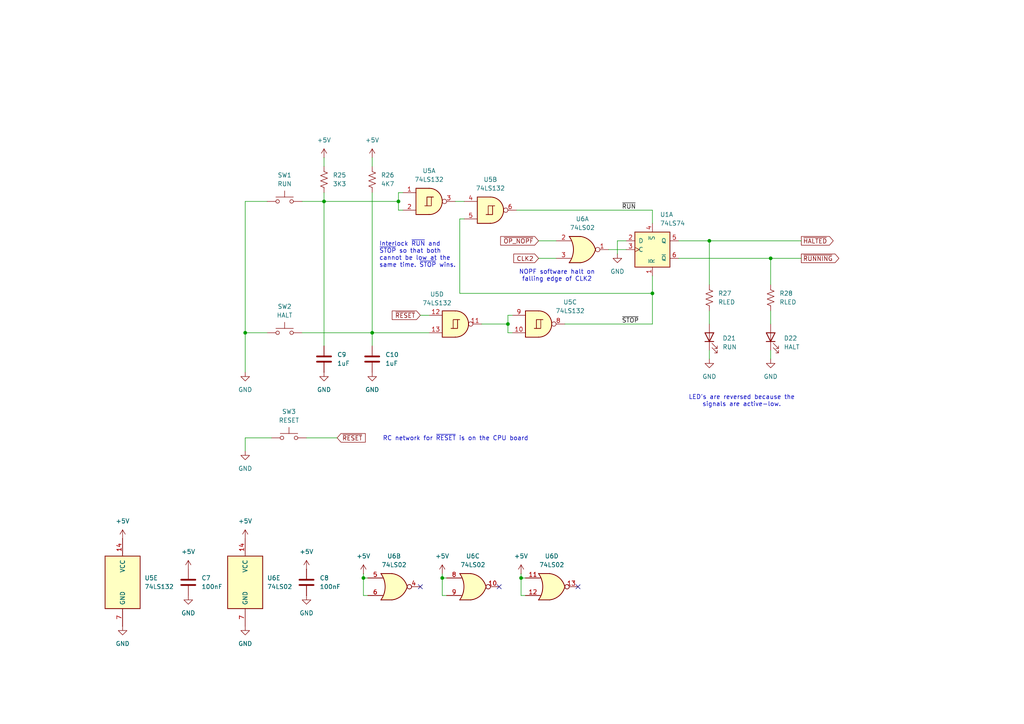
<source format=kicad_sch>
(kicad_sch (version 20231120) (generator "eeschema") (generator_version "8.0")
  (paper "A4")
  (title_block (title "UE1-TTL Clock and Front Panel") (date "2025") (rev "1") (comment 1 "Copyright (c) 2025 Rhys Weatherley") (comment 3 "Run/Stop Control"))
  (lib_symbols
    (symbol "74xx:74LS02" (pin_names (offset 1.016))
      (property "Reference" "U" (at 0 1.27 0))
      (property "Value" "74LS02" (at 0 -1.27 0))
      (symbol "74LS02_1_1"
        (arc (start -3.81 -3.81) (mid -2.589 0) (end -3.81 3.81) (stroke (width 0.254)))
        (arc (start -0.6096 -3.81) (mid 2.1842 -2.5851) (end 3.81 0) (stroke (width 0.254)) (fill (type background)))
        (polyline (pts (xy -3.81 -3.81) (xy -0.635 -3.81)) (stroke (width 0.254)) (fill (type background)))
        (polyline (pts (xy -3.81 3.81) (xy -0.635 3.81)) (stroke (width 0.254)) (fill (type background)))
        (polyline (pts (xy -0.635 3.81) (xy -3.81 3.81) (xy -3.81 3.81) (xy -3.556 3.4036) (xy -3.0226 2.2606) (xy -2.6924 1.0414) (xy -2.6162 -0.254) (xy -2.7686 -1.4986) (xy -3.175 -2.7178) (xy -3.81 -3.81) (xy -3.81 -3.81) (xy -0.635 -3.81)) (stroke (width -25.4)) (fill (type background)))
        (arc (start 3.81 0) (mid 2.1915 2.5936) (end -0.6096 3.81) (stroke (width 0.254)) (fill (type background)))
        (pin output inverted (at 7.62 0 180) (length 3.81) (name "~") (number "1"))
        (pin input line (at -7.62 2.54 0) (length 4.318) (name "~") (number "2"))
        (pin input line (at -7.62 -2.54 0) (length 4.318) (name "~") (number "3"))
      )
      (symbol "74LS02_1_2"
        (arc (start 0 -3.81) (mid 3.7934 0) (end 0 3.81) (stroke (width 0.254)) (fill (type background)))
        (polyline (pts (xy 0 3.81) (xy -3.81 3.81) (xy -3.81 -3.81) (xy 0 -3.81)) (stroke (width 0.254)) (fill (type background)))
        (pin output line (at 7.62 0 180) (length 3.81) (name "~") (number "1"))
        (pin input inverted (at -7.62 2.54 0) (length 3.81) (name "~") (number "2"))
        (pin input inverted (at -7.62 -2.54 0) (length 3.81) (name "~") (number "3"))
      )
      (symbol "74LS02_2_1"
        (arc (start -3.81 -3.81) (mid -2.589 0) (end -3.81 3.81) (stroke (width 0.254)))
        (arc (start -0.6096 -3.81) (mid 2.1842 -2.5851) (end 3.81 0) (stroke (width 0.254)) (fill (type background)))
        (polyline (pts (xy -3.81 -3.81) (xy -0.635 -3.81)) (stroke (width 0.254)) (fill (type background)))
        (polyline (pts (xy -3.81 3.81) (xy -0.635 3.81)) (stroke (width 0.254)) (fill (type background)))
        (polyline (pts (xy -0.635 3.81) (xy -3.81 3.81) (xy -3.81 3.81) (xy -3.556 3.4036) (xy -3.0226 2.2606) (xy -2.6924 1.0414) (xy -2.6162 -0.254) (xy -2.7686 -1.4986) (xy -3.175 -2.7178) (xy -3.81 -3.81) (xy -3.81 -3.81) (xy -0.635 -3.81)) (stroke (width -25.4)) (fill (type background)))
        (arc (start 3.81 0) (mid 2.1915 2.5936) (end -0.6096 3.81) (stroke (width 0.254)) (fill (type background)))
        (pin output inverted (at 7.62 0 180) (length 3.81) (name "~") (number "4"))
        (pin input line (at -7.62 2.54 0) (length 4.318) (name "~") (number "5"))
        (pin input line (at -7.62 -2.54 0) (length 4.318) (name "~") (number "6"))
      )
      (symbol "74LS02_2_2"
        (arc (start 0 -3.81) (mid 3.7934 0) (end 0 3.81) (stroke (width 0.254)) (fill (type background)))
        (polyline (pts (xy 0 3.81) (xy -3.81 3.81) (xy -3.81 -3.81) (xy 0 -3.81)) (stroke (width 0.254)) (fill (type background)))
        (pin output line (at 7.62 0 180) (length 3.81) (name "~") (number "4"))
        (pin input inverted (at -7.62 2.54 0) (length 3.81) (name "~") (number "5"))
        (pin input inverted (at -7.62 -2.54 0) (length 3.81) (name "~") (number "6"))
      )
      (symbol "74LS02_3_1"
        (arc (start -3.81 -3.81) (mid -2.589 0) (end -3.81 3.81) (stroke (width 0.254)))
        (arc (start -0.6096 -3.81) (mid 2.1842 -2.5851) (end 3.81 0) (stroke (width 0.254)) (fill (type background)))
        (polyline (pts (xy -3.81 -3.81) (xy -0.635 -3.81)) (stroke (width 0.254)) (fill (type background)))
        (polyline (pts (xy -3.81 3.81) (xy -0.635 3.81)) (stroke (width 0.254)) (fill (type background)))
        (polyline (pts (xy -0.635 3.81) (xy -3.81 3.81) (xy -3.81 3.81) (xy -3.556 3.4036) (xy -3.0226 2.2606) (xy -2.6924 1.0414) (xy -2.6162 -0.254) (xy -2.7686 -1.4986) (xy -3.175 -2.7178) (xy -3.81 -3.81) (xy -3.81 -3.81) (xy -0.635 -3.81)) (stroke (width -25.4)) (fill (type background)))
        (arc (start 3.81 0) (mid 2.1915 2.5936) (end -0.6096 3.81) (stroke (width 0.254)) (fill (type background)))
        (pin output inverted (at 7.62 0 180) (length 3.81) (name "~") (number "10"))
        (pin input line (at -7.62 2.54 0) (length 4.318) (name "~") (number "8"))
        (pin input line (at -7.62 -2.54 0) (length 4.318) (name "~") (number "9"))
      )
      (symbol "74LS02_3_2"
        (arc (start 0 -3.81) (mid 3.7934 0) (end 0 3.81) (stroke (width 0.254)) (fill (type background)))
        (polyline (pts (xy 0 3.81) (xy -3.81 3.81) (xy -3.81 -3.81) (xy 0 -3.81)) (stroke (width 0.254)) (fill (type background)))
        (pin output line (at 7.62 0 180) (length 3.81) (name "~") (number "10"))
        (pin input inverted (at -7.62 2.54 0) (length 3.81) (name "~") (number "8"))
        (pin input inverted (at -7.62 -2.54 0) (length 3.81) (name "~") (number "9"))
      )
      (symbol "74LS02_4_1"
        (arc (start -3.81 -3.81) (mid -2.589 0) (end -3.81 3.81) (stroke (width 0.254)))
        (arc (start -0.6096 -3.81) (mid 2.1842 -2.5851) (end 3.81 0) (stroke (width 0.254)) (fill (type background)))
        (polyline (pts (xy -3.81 -3.81) (xy -0.635 -3.81)) (stroke (width 0.254)) (fill (type background)))
        (polyline (pts (xy -3.81 3.81) (xy -0.635 3.81)) (stroke (width 0.254)) (fill (type background)))
        (polyline (pts (xy -0.635 3.81) (xy -3.81 3.81) (xy -3.81 3.81) (xy -3.556 3.4036) (xy -3.0226 2.2606) (xy -2.6924 1.0414) (xy -2.6162 -0.254) (xy -2.7686 -1.4986) (xy -3.175 -2.7178) (xy -3.81 -3.81) (xy -3.81 -3.81) (xy -0.635 -3.81)) (stroke (width -25.4)) (fill (type background)))
        (arc (start 3.81 0) (mid 2.1915 2.5936) (end -0.6096 3.81) (stroke (width 0.254)) (fill (type background)))
        (pin input line (at -7.62 2.54 0) (length 4.318) (name "~") (number "11"))
        (pin input line (at -7.62 -2.54 0) (length 4.318) (name "~") (number "12"))
        (pin output inverted (at 7.62 0 180) (length 3.81) (name "~") (number "13"))
      )
      (symbol "74LS02_4_2"
        (arc (start 0 -3.81) (mid 3.7934 0) (end 0 3.81) (stroke (width 0.254)) (fill (type background)))
        (polyline (pts (xy 0 3.81) (xy -3.81 3.81) (xy -3.81 -3.81) (xy 0 -3.81)) (stroke (width 0.254)) (fill (type background)))
        (pin input inverted (at -7.62 2.54 0) (length 3.81) (name "~") (number "11"))
        (pin input inverted (at -7.62 -2.54 0) (length 3.81) (name "~") (number "12"))
        (pin output line (at 7.62 0 180) (length 3.81) (name "~") (number "13"))
      )
      (symbol "74LS02_5_0"
        (pin power_in line (at 0 12.7 270) (length 5.08) (name "VCC") (number "14"))
        (pin power_in line (at 0 -12.7 90) (length 5.08) (name "GND") (number "7"))
      )
      (symbol "74LS02_5_1"
        (rectangle (start -5.08 7.62) (end 5.08 -7.62) (stroke (width 0.254)) (fill (type background)))
      )
    )
    (symbol "74xx:74LS132" (pin_names (offset 1.016))
      (property "Reference" "U" (at 0 1.27 0))
      (property "Value" "74LS132" (at 0 -1.27 0))
      (symbol "74LS132_1_0"
        (polyline (pts (xy -0.635 -1.27) (xy -0.635 1.27) (xy 0.635 1.27)))
        (polyline (pts (xy -0.635 -1.27) (xy -0.635 1.27) (xy 0.635 1.27)))
        (polyline (pts (xy -1.27 -1.27) (xy 0.635 -1.27) (xy 0.635 1.27) (xy 1.27 1.27)))
        (polyline (pts (xy -1.27 -1.27) (xy 0.635 -1.27) (xy 0.635 1.27) (xy 1.27 1.27)))
      )
      (symbol "74LS132_1_1"
        (arc (start 0 -3.81) (mid 3.7934 0) (end 0 3.81) (stroke (width 0.254)) (fill (type background)))
        (polyline (pts (xy 0 3.81) (xy -3.81 3.81) (xy -3.81 -3.81) (xy 0 -3.81)) (stroke (width 0.254)) (fill (type background)))
        (pin input line (at -7.62 2.54 0) (length 3.81) (name "~") (number "1"))
        (pin input line (at -7.62 -2.54 0) (length 3.81) (name "~") (number "2"))
        (pin output inverted (at 7.62 0 180) (length 3.81) (name "~") (number "3"))
      )
      (symbol "74LS132_1_2"
        (arc (start -3.81 -3.81) (mid -2.589 0) (end -3.81 3.81) (stroke (width 0.254)))
        (arc (start -0.6096 -3.81) (mid 2.1842 -2.5851) (end 3.81 0) (stroke (width 0.254)) (fill (type background)))
        (polyline (pts (xy -3.81 -3.81) (xy -0.635 -3.81)) (stroke (width 0.254)) (fill (type background)))
        (polyline (pts (xy -3.81 3.81) (xy -0.635 3.81)) (stroke (width 0.254)) (fill (type background)))
        (polyline (pts (xy -0.635 3.81) (xy -3.81 3.81) (xy -3.81 3.81) (xy -3.556 3.4036) (xy -3.0226 2.2606) (xy -2.6924 1.0414) (xy -2.6162 -0.254) (xy -2.7686 -1.4986) (xy -3.175 -2.7178) (xy -3.81 -3.81) (xy -3.81 -3.81) (xy -0.635 -3.81)) (stroke (width -25.4)) (fill (type background)))
        (arc (start 3.81 0) (mid 2.1915 2.5936) (end -0.6096 3.81) (stroke (width 0.254)) (fill (type background)))
        (pin input inverted (at -7.62 2.54 0) (length 4.318) (name "~") (number "1"))
        (pin input inverted (at -7.62 -2.54 0) (length 4.318) (name "~") (number "2"))
        (pin output line (at 7.62 0 180) (length 3.81) (name "~") (number "3"))
      )
      (symbol "74LS132_2_0"
        (polyline (pts (xy -0.635 -1.27) (xy -0.635 1.27) (xy 0.635 1.27)))
        (polyline (pts (xy -0.635 -1.27) (xy -0.635 1.27) (xy 0.635 1.27)))
        (polyline (pts (xy -1.27 -1.27) (xy 0.635 -1.27) (xy 0.635 1.27) (xy 1.27 1.27)))
        (polyline (pts (xy -1.27 -1.27) (xy 0.635 -1.27) (xy 0.635 1.27) (xy 1.27 1.27)))
      )
      (symbol "74LS132_2_1"
        (arc (start 0 -3.81) (mid 3.7934 0) (end 0 3.81) (stroke (width 0.254)) (fill (type background)))
        (polyline (pts (xy 0 3.81) (xy -3.81 3.81) (xy -3.81 -3.81) (xy 0 -3.81)) (stroke (width 0.254)) (fill (type background)))
        (pin input line (at -7.62 2.54 0) (length 3.81) (name "~") (number "4"))
        (pin input line (at -7.62 -2.54 0) (length 3.81) (name "~") (number "5"))
        (pin output inverted (at 7.62 0 180) (length 3.81) (name "~") (number "6"))
      )
      (symbol "74LS132_2_2"
        (arc (start -3.81 -3.81) (mid -2.589 0) (end -3.81 3.81) (stroke (width 0.254)))
        (arc (start -0.6096 -3.81) (mid 2.1842 -2.5851) (end 3.81 0) (stroke (width 0.254)) (fill (type background)))
        (polyline (pts (xy -3.81 -3.81) (xy -0.635 -3.81)) (stroke (width 0.254)) (fill (type background)))
        (polyline (pts (xy -3.81 3.81) (xy -0.635 3.81)) (stroke (width 0.254)) (fill (type background)))
        (polyline (pts (xy -0.635 3.81) (xy -3.81 3.81) (xy -3.81 3.81) (xy -3.556 3.4036) (xy -3.0226 2.2606) (xy -2.6924 1.0414) (xy -2.6162 -0.254) (xy -2.7686 -1.4986) (xy -3.175 -2.7178) (xy -3.81 -3.81) (xy -3.81 -3.81) (xy -0.635 -3.81)) (stroke (width -25.4)) (fill (type background)))
        (arc (start 3.81 0) (mid 2.1915 2.5936) (end -0.6096 3.81) (stroke (width 0.254)) (fill (type background)))
        (pin input inverted (at -7.62 2.54 0) (length 4.318) (name "~") (number "4"))
        (pin input inverted (at -7.62 -2.54 0) (length 4.318) (name "~") (number "5"))
        (pin output line (at 7.62 0 180) (length 3.81) (name "~") (number "6"))
      )
      (symbol "74LS132_3_0"
        (polyline (pts (xy -0.635 -1.27) (xy -0.635 1.27) (xy 0.635 1.27)))
        (polyline (pts (xy -0.635 -1.27) (xy -0.635 1.27) (xy 0.635 1.27)))
        (polyline (pts (xy -1.27 -1.27) (xy 0.635 -1.27) (xy 0.635 1.27) (xy 1.27 1.27)))
        (polyline (pts (xy -1.27 -1.27) (xy 0.635 -1.27) (xy 0.635 1.27) (xy 1.27 1.27)))
      )
      (symbol "74LS132_3_1"
        (arc (start 0 -3.81) (mid 3.7934 0) (end 0 3.81) (stroke (width 0.254)) (fill (type background)))
        (polyline (pts (xy 0 3.81) (xy -3.81 3.81) (xy -3.81 -3.81) (xy 0 -3.81)) (stroke (width 0.254)) (fill (type background)))
        (pin input line (at -7.62 -2.54 0) (length 3.81) (name "~") (number "10"))
        (pin output inverted (at 7.62 0 180) (length 3.81) (name "~") (number "8"))
        (pin input line (at -7.62 2.54 0) (length 3.81) (name "~") (number "9"))
      )
      (symbol "74LS132_3_2"
        (arc (start -3.81 -3.81) (mid -2.589 0) (end -3.81 3.81) (stroke (width 0.254)))
        (arc (start -0.6096 -3.81) (mid 2.1842 -2.5851) (end 3.81 0) (stroke (width 0.254)) (fill (type background)))
        (polyline (pts (xy -3.81 -3.81) (xy -0.635 -3.81)) (stroke (width 0.254)) (fill (type background)))
        (polyline (pts (xy -3.81 3.81) (xy -0.635 3.81)) (stroke (width 0.254)) (fill (type background)))
        (polyline (pts (xy -0.635 3.81) (xy -3.81 3.81) (xy -3.81 3.81) (xy -3.556 3.4036) (xy -3.0226 2.2606) (xy -2.6924 1.0414) (xy -2.6162 -0.254) (xy -2.7686 -1.4986) (xy -3.175 -2.7178) (xy -3.81 -3.81) (xy -3.81 -3.81) (xy -0.635 -3.81)) (stroke (width -25.4)) (fill (type background)))
        (arc (start 3.81 0) (mid 2.1915 2.5936) (end -0.6096 3.81) (stroke (width 0.254)) (fill (type background)))
        (pin input inverted (at -7.62 -2.54 0) (length 4.318) (name "~") (number "10"))
        (pin output line (at 7.62 0 180) (length 3.81) (name "~") (number "8"))
        (pin input inverted (at -7.62 2.54 0) (length 4.318) (name "~") (number "9"))
      )
      (symbol "74LS132_4_0"
        (polyline (pts (xy -0.635 -1.27) (xy -0.635 1.27) (xy 0.635 1.27)))
        (polyline (pts (xy -0.635 -1.27) (xy -0.635 1.27) (xy 0.635 1.27)))
        (polyline (pts (xy -1.27 -1.27) (xy 0.635 -1.27) (xy 0.635 1.27) (xy 1.27 1.27)))
        (polyline (pts (xy -1.27 -1.27) (xy 0.635 -1.27) (xy 0.635 1.27) (xy 1.27 1.27)))
      )
      (symbol "74LS132_4_1"
        (arc (start 0 -3.81) (mid 3.7934 0) (end 0 3.81) (stroke (width 0.254)) (fill (type background)))
        (polyline (pts (xy 0 3.81) (xy -3.81 3.81) (xy -3.81 -3.81) (xy 0 -3.81)) (stroke (width 0.254)) (fill (type background)))
        (pin output inverted (at 7.62 0 180) (length 3.81) (name "~") (number "11"))
        (pin input line (at -7.62 2.54 0) (length 3.81) (name "~") (number "12"))
        (pin input line (at -7.62 -2.54 0) (length 3.81) (name "~") (number "13"))
      )
      (symbol "74LS132_4_2"
        (arc (start -3.81 -3.81) (mid -2.589 0) (end -3.81 3.81) (stroke (width 0.254)))
        (arc (start -0.6096 -3.81) (mid 2.1842 -2.5851) (end 3.81 0) (stroke (width 0.254)) (fill (type background)))
        (polyline (pts (xy -3.81 -3.81) (xy -0.635 -3.81)) (stroke (width 0.254)) (fill (type background)))
        (polyline (pts (xy -3.81 3.81) (xy -0.635 3.81)) (stroke (width 0.254)) (fill (type background)))
        (polyline (pts (xy -0.635 3.81) (xy -3.81 3.81) (xy -3.81 3.81) (xy -3.556 3.4036) (xy -3.0226 2.2606) (xy -2.6924 1.0414) (xy -2.6162 -0.254) (xy -2.7686 -1.4986) (xy -3.175 -2.7178) (xy -3.81 -3.81) (xy -3.81 -3.81) (xy -0.635 -3.81)) (stroke (width -25.4)) (fill (type background)))
        (arc (start 3.81 0) (mid 2.1915 2.5936) (end -0.6096 3.81) (stroke (width 0.254)) (fill (type background)))
        (pin output line (at 7.62 0 180) (length 3.81) (name "~") (number "11"))
        (pin input inverted (at -7.62 2.54 0) (length 4.318) (name "~") (number "12"))
        (pin input inverted (at -7.62 -2.54 0) (length 4.318) (name "~") (number "13"))
      )
      (symbol "74LS132_5_0"
        (pin power_in line (at 0 12.7 270) (length 5.08) (name "VCC") (number "14"))
        (pin power_in line (at 0 -12.7 90) (length 5.08) (name "GND") (number "7"))
      )
      (symbol "74LS132_5_1"
        (rectangle (start -5.08 7.62) (end 5.08 -7.62) (stroke (width 0.254)) (fill (type background)))
      )
    )
    (symbol "74xx:74LS74" (pin_names (offset 1.016))
      (property "Reference" "U" (at -7.62 8.89 0))
      (property "Value" "74LS74" (at -7.62 -8.89 0))
      (symbol "74LS74_1_0"
        (pin input line (at 0 -7.62 90) (length 2.54) (name "~{R}") (number "1"))
        (pin input line (at -7.62 2.54 0) (length 2.54) (name "D") (number "2"))
        (pin input clock (at -7.62 0 0) (length 2.54) (name "C") (number "3"))
        (pin input line (at 0 7.62 270) (length 2.54) (name "~{S}") (number "4"))
        (pin output line (at 7.62 2.54 180) (length 2.54) (name "Q") (number "5"))
        (pin output line (at 7.62 -2.54 180) (length 2.54) (name "~{Q}") (number "6"))
      )
      (symbol "74LS74_1_1"
        (rectangle (start -5.08 5.08) (end 5.08 -5.08) (stroke (width 0.254)) (fill (type background)))
      )
      (symbol "74LS74_2_0"
        (pin input line (at 0 7.62 270) (length 2.54) (name "~{S}") (number "10"))
        (pin input clock (at -7.62 0 0) (length 2.54) (name "C") (number "11"))
        (pin input line (at -7.62 2.54 0) (length 2.54) (name "D") (number "12"))
        (pin input line (at 0 -7.62 90) (length 2.54) (name "~{R}") (number "13"))
        (pin output line (at 7.62 -2.54 180) (length 2.54) (name "~{Q}") (number "8"))
        (pin output line (at 7.62 2.54 180) (length 2.54) (name "Q") (number "9"))
      )
      (symbol "74LS74_2_1"
        (rectangle (start -5.08 5.08) (end 5.08 -5.08) (stroke (width 0.254)) (fill (type background)))
      )
      (symbol "74LS74_3_0"
        (pin power_in line (at 0 10.16 270) (length 2.54) (name "VCC") (number "14"))
        (pin power_in line (at 0 -10.16 90) (length 2.54) (name "GND") (number "7"))
      )
      (symbol "74LS74_3_1"
        (rectangle (start -5.08 7.62) (end 5.08 -7.62) (stroke (width 0.254)) (fill (type background)))
      )
    )
    (symbol "Device:C" (pin_numbers hide) (pin_names (offset 0.254))
      (property "Reference" "C" (at 0.635 2.54 0))
      (property "Value" "C" (at 0.635 -2.54 0))
      (symbol "C_0_1"
        (polyline (pts (xy -2.032 -0.762) (xy 2.032 -0.762)) (stroke (width 0.508)))
        (polyline (pts (xy -2.032 0.762) (xy 2.032 0.762)) (stroke (width 0.508)))
      )
      (symbol "C_1_1"
        (pin passive line (at 0 3.81 270) (length 2.794) (name "~") (number "1"))
        (pin passive line (at 0 -3.81 90) (length 2.794) (name "~") (number "2"))
      )
    )
    (symbol "Device:LED" (pin_numbers hide) (pin_names (offset 1.016) hide)
      (property "Reference" "D" (at 0 2.54 0))
      (property "Value" "LED" (at 0 -2.54 0))
      (symbol "LED_0_1"
        (polyline (pts (xy -1.27 -1.27) (xy -1.27 1.27)) (stroke (width 0.254)))
        (polyline (pts (xy -1.27 0) (xy 1.27 0)))
        (polyline (pts (xy 1.27 -1.27) (xy 1.27 1.27) (xy -1.27 0) (xy 1.27 -1.27)) (stroke (width 0.254)))
        (polyline (pts (xy -3.048 -0.762) (xy -4.572 -2.286) (xy -3.81 -2.286) (xy -4.572 -2.286) (xy -4.572 -1.524)))
        (polyline (pts (xy -1.778 -0.762) (xy -3.302 -2.286) (xy -2.54 -2.286) (xy -3.302 -2.286) (xy -3.302 -1.524)))
      )
      (symbol "LED_1_1"
        (pin passive line (at -3.81 0 0) (length 2.54) (name "K") (number "1"))
        (pin passive line (at 3.81 0 180) (length 2.54) (name "A") (number "2"))
      )
    )
    (symbol "Device:R_US" (pin_numbers hide) (pin_names (offset 0))
      (property "Reference" "R" (at 2.54 0 90))
      (property "Value" "R_US" (at -2.54 0 90))
      (symbol "R_US_0_1"
        (polyline (pts (xy 0 -2.286) (xy 0 -2.54)))
        (polyline (pts (xy 0 2.286) (xy 0 2.54)))
        (polyline (pts (xy 0 -0.762) (xy 1.016 -1.143) (xy 0 -1.524) (xy -1.016 -1.905) (xy 0 -2.286)))
        (polyline (pts (xy 0 0.762) (xy 1.016 0.381) (xy 0 0) (xy -1.016 -0.381) (xy 0 -0.762)))
        (polyline (pts (xy 0 2.286) (xy 1.016 1.905) (xy 0 1.524) (xy -1.016 1.143) (xy 0 0.762)))
      )
      (symbol "R_US_1_1"
        (pin passive line (at 0 3.81 270) (length 1.27) (name "~") (number "1"))
        (pin passive line (at 0 -3.81 90) (length 1.27) (name "~") (number "2"))
      )
    )
    (symbol "Switch:SW_Push" (pin_numbers hide) (pin_names (offset 1.016) hide)
      (property "Reference" "SW" (at 1.27 2.54 0))
      (property "Value" "SW_Push" (at 0 -1.524 0))
      (symbol "SW_Push_0_1"
        (circle (center -2.032 0) (radius 0.508))
        (polyline (pts (xy 0 1.27) (xy 0 3.048)))
        (polyline (pts (xy 2.54 1.27) (xy -2.54 1.27)))
        (circle (center 2.032 0) (radius 0.508))
        (pin passive line (at -5.08 0 0) (length 2.54) (name "1") (number "1"))
        (pin passive line (at 5.08 0 180) (length 2.54) (name "2") (number "2"))
      )
    )
    (symbol "power:+5V" (power) (pin_numbers hide) (pin_names (offset 0) hide)
      (property "Value" "+5V" (at 0 3.556 0))
      (symbol "+5V_0_1"
        (polyline (pts (xy -0.762 1.27) (xy 0 2.54)))
        (polyline (pts (xy 0 0) (xy 0 2.54)))
        (polyline (pts (xy 0 2.54) (xy 0.762 1.27)))
      )
      (symbol "+5V_1_1"
        (pin power_in line (at 0 0 90) (length 0) (name "~") (number "1"))
      )
    )
    (symbol "power:GND" (power) (pin_numbers hide) (pin_names (offset 0) hide)
      (property "Value" "GND" (at 0 -3.81 0))
      (symbol "GND_0_1"
        (polyline (pts (xy 0 0) (xy 0 -1.27) (xy 1.27 -1.27) (xy 0 -2.54) (xy -1.27 -1.27) (xy 0 -1.27)))
      )
      (symbol "GND_1_1"
        (pin power_in line (at 0 0 270) (length 0) (name "~") (number "1"))
      )
    )
  )
  (junction (at 105.41 167.64))
  (junction (at 223.52 74.93))
  (junction (at 71.12 96.52))
  (junction (at 115.57 58.42))
  (junction (at 189.23 85.09))
  (junction (at 147.32 93.98))
  (junction (at 107.95 96.52))
  (junction (at 128.27 167.64))
  (junction (at 151.13 167.64))
  (junction (at 205.74 69.85))
  (junction (at 93.98 58.42))
  (no_connect (at 144.78 170.18))
  (no_connect (at 121.92 170.18))
  (no_connect (at 167.64 170.18))
  (wire (pts (xy 105.41 167.64) (xy 105.41 172.72)))
  (wire (pts (xy 71.12 58.42) (xy 71.12 96.52)))
  (wire (pts (xy 189.23 60.96) (xy 149.86 60.96)))
  (wire (pts (xy 205.74 90.17) (xy 205.74 93.98)))
  (wire (pts (xy 205.74 69.85) (xy 205.74 82.55)))
  (wire (pts (xy 134.62 58.42) (xy 132.08 58.42)))
  (wire (pts (xy 121.92 91.44) (xy 124.46 91.44)))
  (wire (pts (xy 156.21 74.93) (xy 161.29 74.93)))
  (wire (pts (xy 147.32 96.52) (xy 148.59 96.52)))
  (wire (pts (xy 139.7 93.98) (xy 147.32 93.98)))
  (wire (pts (xy 223.52 74.93) (xy 232.41 74.93)))
  (wire (pts (xy 88.9 127) (xy 97.79 127)))
  (wire (pts (xy 128.27 167.64) (xy 129.54 167.64)))
  (wire (pts (xy 87.63 58.42) (xy 93.98 58.42)))
  (wire (pts (xy 133.35 63.5) (xy 133.35 85.09)))
  (wire (pts (xy 71.12 96.52) (xy 71.12 107.95)))
  (wire (pts (xy 189.23 60.96) (xy 189.23 64.77)))
  (wire (pts (xy 128.27 166.37) (xy 128.27 167.64)))
  (wire (pts (xy 223.52 74.93) (xy 223.52 82.55)))
  (wire (pts (xy 128.27 172.72) (xy 129.54 172.72)))
  (wire (pts (xy 147.32 93.98) (xy 147.32 96.52)))
  (wire (pts (xy 151.13 166.37) (xy 151.13 167.64)))
  (wire (pts (xy 115.57 55.88) (xy 116.84 55.88)))
  (wire (pts (xy 107.95 55.88) (xy 107.95 96.52)))
  (wire (pts (xy 223.52 101.6) (xy 223.52 104.14)))
  (wire (pts (xy 115.57 60.96) (xy 115.57 58.42)))
  (wire (pts (xy 107.95 96.52) (xy 107.95 100.33)))
  (wire (pts (xy 223.52 90.17) (xy 223.52 93.98)))
  (wire (pts (xy 93.98 45.72) (xy 93.98 48.26)))
  (wire (pts (xy 151.13 172.72) (xy 152.4 172.72)))
  (wire (pts (xy 71.12 96.52) (xy 77.47 96.52)))
  (wire (pts (xy 148.59 91.44) (xy 147.32 91.44)))
  (wire (pts (xy 134.62 63.5) (xy 133.35 63.5)))
  (wire (pts (xy 133.35 85.09) (xy 189.23 85.09)))
  (wire (pts (xy 107.95 45.72) (xy 107.95 48.26)))
  (wire (pts (xy 105.41 166.37) (xy 105.41 167.64)))
  (wire (pts (xy 105.41 172.72) (xy 106.68 172.72)))
  (wire (pts (xy 115.57 58.42) (xy 115.57 55.88)))
  (wire (pts (xy 179.07 69.85) (xy 181.61 69.85)))
  (wire (pts (xy 107.95 96.52) (xy 124.46 96.52)))
  (wire (pts (xy 147.32 91.44) (xy 147.32 93.98)))
  (wire (pts (xy 116.84 60.96) (xy 115.57 60.96)))
  (wire (pts (xy 77.47 58.42) (xy 71.12 58.42)))
  (wire (pts (xy 105.41 167.64) (xy 106.68 167.64)))
  (wire (pts (xy 179.07 69.85) (xy 179.07 73.66)))
  (wire (pts (xy 205.74 69.85) (xy 232.41 69.85)))
  (wire (pts (xy 156.21 69.85) (xy 161.29 69.85)))
  (wire (pts (xy 151.13 167.64) (xy 151.13 172.72)))
  (wire (pts (xy 176.53 72.39) (xy 181.61 72.39)))
  (wire (pts (xy 189.23 93.98) (xy 189.23 85.09)))
  (wire (pts (xy 196.85 74.93) (xy 223.52 74.93)))
  (wire (pts (xy 93.98 58.42) (xy 93.98 100.33)))
  (wire (pts (xy 87.63 96.52) (xy 107.95 96.52)))
  (wire (pts (xy 93.98 58.42) (xy 115.57 58.42)))
  (wire (pts (xy 128.27 167.64) (xy 128.27 172.72)))
  (wire (pts (xy 189.23 80.01) (xy 189.23 85.09)))
  (wire (pts (xy 78.74 127) (xy 71.12 127)))
  (wire (pts (xy 189.23 93.98) (xy 163.83 93.98)))
  (wire (pts (xy 205.74 101.6) (xy 205.74 104.14)))
  (wire (pts (xy 71.12 127) (xy 71.12 130.81)))
  (wire (pts (xy 196.85 69.85) (xy 205.74 69.85)))
  (wire (pts (xy 93.98 55.88) (xy 93.98 58.42)))
  (wire (pts (xy 151.13 167.64) (xy 152.4 167.64)))
  (text "RC network for ~{RESET} is on the CPU board" (at 110.998 127.254 0) (effects (font (size 1.27 1.27)) (justify left)))
  (text "NOPF software halt on\nfalling edge of CLK2" (at 161.544 80.01 0) (effects (font (size 1.27 1.27))))
  (text "LED's are reversed because the\nsignals are active-low." (at 215.138 116.332 0) (effects (font (size 1.27 1.27))))
  (text "Interlock ~{RUN} and\n~{STOP} so that both\ncannot be low at the\nsame time. ~{STOP} wins." (at 109.982 73.914 0) (effects (font (size 1.27 1.27)) (justify left)))
  (label "~{STOP}" (at 180.34 93.98 0))
  (label "~{RUN}" (at 180.34 60.96 0))
  (global_label "~{RUNNING}" (shape output) (at 232.41 74.93 0) (property "Intersheetrefs" "${INTERSHEET_REFS}" (effects (hide yes))))
  (global_label "~{RESET}" (shape input) (at 121.92 91.44 180) (property "Intersheetrefs" "${INTERSHEET_REFS}" (effects (hide yes))))
  (global_label "~{OP_NOPF}" (shape input) (at 156.21 69.85 180) (property "Intersheetrefs" "${INTERSHEET_REFS}" (effects (hide yes))))
  (global_label "~{HALTED}" (shape output) (at 232.41 69.85 0) (property "Intersheetrefs" "${INTERSHEET_REFS}" (effects (hide yes))))
  (global_label "CLK2" (shape input) (at 156.21 74.93 180) (property "Intersheetrefs" "${INTERSHEET_REFS}" (effects (hide yes))))
  (global_label "~{RESET}" (shape input) (at 97.79 127 0) (property "Intersheetrefs" "${INTERSHEET_REFS}" (effects (hide yes))))
  (symbol (lib_id "Device:R_US") (at 205.74 86.36 0) (unit 1)
    (property "Reference" "R27" (at 208.28 85.0899 0) (effects (justify left)))
    (property "Value" "RLED" (at 208.28 87.6299 0) (effects (justify left)))
    (property "Footprint" "Resistor_THT:R_Axial_DIN0207_L6.3mm_D2.5mm_P7.62mm_Horizontal" (effects (hide yes)))
    (property "Description" "Resistor, US symbol" (effects (hide yes)))
  )
  (symbol (lib_id "Device:C") (at 93.98 104.14 0) (unit 1)
    (property "Reference" "C9" (at 97.79 102.8699 0) (effects (justify left)))
    (property "Value" "1uF" (at 97.79 105.4099 0) (effects (justify left)))
    (property "Footprint" "Capacitor_THT:C_Disc_D5.0mm_W2.5mm_P5.00mm" (effects (hide yes)))
    (property "Description" "Unpolarized capacitor" (effects (hide yes)))
  )
  (symbol (lib_id "Device:R_US") (at 93.98 52.07 0) (unit 1)
    (property "Reference" "R25" (at 96.52 50.7999 0) (effects (justify left)))
    (property "Value" "3K3" (at 96.52 53.3399 0) (effects (justify left)))
    (property "Footprint" "Resistor_THT:R_Axial_DIN0207_L6.3mm_D2.5mm_P7.62mm_Horizontal" (effects (hide yes)))
    (property "Description" "Resistor, US symbol" (effects (hide yes)))
  )
  (symbol (lib_id "Switch:SW_Push") (at 82.55 96.52 0) (unit 1)
    (property "Reference" "SW2" (at 82.55 88.9 0))
    (property "Value" "HALT" (at 82.55 91.44 0))
    (property "Footprint" "Button_Switch_THT:SW_PUSH_6mm" (effects (hide yes)))
    (property "Description" "Push button switch, generic, two pins" (effects (hide yes)))
  )
  (symbol (lib_id "power:+5V") (at 128.27 166.37 0) (unit 1)
    (property "Reference" "#PWR68" (effects (hide yes)))
    (property "Value" "+5V" (at 128.27 161.29 0))
    (property "Description" "Power symbol creates a global label with name \"+5V\"" (effects (hide yes)))
  )
  (symbol (lib_id "power:GND") (at 71.12 130.81 0) (unit 1)
    (property "Reference" "#PWR58" (effects (hide yes)))
    (property "Value" "GND" (at 71.12 135.89 0))
    (property "Description" "Power symbol creates a global label with name \"GND\" , ground" (effects (hide yes)))
  )
  (symbol (lib_id "power:+5V") (at 93.98 45.72 0) (unit 1)
    (property "Reference" "#PWR63" (effects (hide yes)))
    (property "Value" "+5V" (at 93.98 40.64 0))
    (property "Description" "Power symbol creates a global label with name \"+5V\"" (effects (hide yes)))
  )
  (symbol (lib_id "power:GND") (at 93.98 107.95 0) (unit 1)
    (property "Reference" "#PWR64" (effects (hide yes)))
    (property "Value" "GND" (at 93.98 113.03 0))
    (property "Description" "Power symbol creates a global label with name \"GND\" , ground" (effects (hide yes)))
  )
  (symbol (lib_id "power:+5V") (at 88.9 165.1 0) (unit 1)
    (property "Reference" "#PWR61" (effects (hide yes)))
    (property "Value" "+5V" (at 88.9 160.02 0))
    (property "Description" "Power symbol creates a global label with name \"+5V\"" (effects (hide yes)))
  )
  (symbol (lib_id "74xx:74LS132") (at 142.24 60.96 0) (unit 2)
    (property "Reference" "U5" (at 142.2317 52.07 0))
    (property "Value" "74LS132" (at 142.2317 54.61 0))
    (property "Footprint" "Package_DIP:DIP-14_W7.62mm" (effects (hide yes)))
    (property "Datasheet" "http://www.ti.com/lit/gpn/sn74LS132" (effects (hide yes)))
    (property "Description" "Quad 2-input NAND Schmitt trigger" (effects (hide yes)))
  )
  (symbol (lib_id "74xx:74LS74") (at 189.23 72.39 0) (unit 1)
    (property "Reference" "U1" (at 191.4241 62.23 0) (effects (justify left)))
    (property "Value" "74LS74" (at 191.4241 64.77 0) (effects (justify left)))
    (property "Footprint" "Package_DIP:DIP-14_W7.62mm" (effects (hide yes)))
    (property "Datasheet" "74xx/74hc_hct74.pdf" (effects (hide yes)))
    (property "Description" "Dual D Flip-flop, Set & Reset" (effects (hide yes)))
  )
  (symbol (lib_id "power:GND") (at 205.74 104.14 0) (unit 1)
    (property "Reference" "#PWR71" (effects (hide yes)))
    (property "Value" "GND" (at 205.74 109.22 0))
    (property "Description" "Power symbol creates a global label with name \"GND\" , ground" (effects (hide yes)))
  )
  (symbol (lib_id "power:+5V") (at 35.56 156.21 0) (unit 1)
    (property "Reference" "#PWR53" (effects (hide yes)))
    (property "Value" "+5V" (at 35.56 151.13 0))
    (property "Description" "Power symbol creates a global label with name \"+5V\"" (effects (hide yes)))
  )
  (symbol (lib_id "power:+5V") (at 107.95 45.72 0) (unit 1)
    (property "Reference" "#PWR66" (effects (hide yes)))
    (property "Value" "+5V" (at 107.95 40.64 0))
    (property "Description" "Power symbol creates a global label with name \"+5V\"" (effects (hide yes)))
  )
  (symbol (lib_id "power:GND") (at 54.61 172.72 0) (unit 1)
    (property "Reference" "#PWR56" (effects (hide yes)))
    (property "Value" "GND" (at 54.61 177.8 0))
    (property "Description" "Power symbol creates a global label with name \"GND\" , ground" (effects (hide yes)))
  )
  (symbol (lib_id "Device:LED") (at 223.52 97.79 90) (unit 1)
    (property "Reference" "D22" (at 227.33 98.1074 90) (effects (justify right)))
    (property "Value" "HALT" (at 227.33 100.6474 90) (effects (justify right)))
    (property "Footprint" "LED_THT:LED_D3.0mm" (effects (hide yes)))
    (property "Description" "Light emitting diode" (effects (hide yes)))
  )
  (symbol (lib_id "power:+5V") (at 54.61 165.1 0) (unit 1)
    (property "Reference" "#PWR55" (effects (hide yes)))
    (property "Value" "+5V" (at 54.61 160.02 0))
    (property "Description" "Power symbol creates a global label with name \"+5V\"" (effects (hide yes)))
  )
  (symbol (lib_id "power:GND") (at 88.9 172.72 0) (unit 1)
    (property "Reference" "#PWR62" (effects (hide yes)))
    (property "Value" "GND" (at 88.9 177.8 0))
    (property "Description" "Power symbol creates a global label with name \"GND\" , ground" (effects (hide yes)))
  )
  (symbol (lib_id "Device:LED") (at 205.74 97.79 90) (unit 1)
    (property "Reference" "D21" (at 209.55 98.1074 90) (effects (justify right)))
    (property "Value" "RUN" (at 209.55 100.6474 90) (effects (justify right)))
    (property "Footprint" "LED_THT:LED_D3.0mm" (effects (hide yes)))
    (property "Description" "Light emitting diode" (effects (hide yes)))
  )
  (symbol (lib_id "Device:C") (at 88.9 168.91 0) (unit 1)
    (property "Reference" "C8" (at 92.71 167.6399 0) (effects (justify left)))
    (property "Value" "100nF" (at 92.71 170.1799 0) (effects (justify left)))
    (property "Footprint" "Capacitor_THT:C_Disc_D5.0mm_W2.5mm_P5.00mm" (effects (hide yes)))
    (property "Description" "Unpolarized capacitor" (effects (hide yes)))
  )
  (symbol (lib_id "Switch:SW_Push") (at 83.82 127 0) (unit 1)
    (property "Reference" "SW3" (at 83.82 119.38 0))
    (property "Value" "RESET" (at 83.82 121.92 0))
    (property "Footprint" "Button_Switch_THT:SW_PUSH_6mm" (effects (hide yes)))
    (property "Description" "Push button switch, generic, two pins" (effects (hide yes)))
  )
  (symbol (lib_id "power:+5V") (at 71.12 156.21 0) (unit 1)
    (property "Reference" "#PWR59" (effects (hide yes)))
    (property "Value" "+5V" (at 71.12 151.13 0))
    (property "Description" "Power symbol creates a global label with name \"+5V\"" (effects (hide yes)))
  )
  (symbol (lib_id "Device:R_US") (at 107.95 52.07 0) (unit 1)
    (property "Reference" "R26" (at 110.49 50.7999 0) (effects (justify left)))
    (property "Value" "4K7" (at 110.49 53.3399 0) (effects (justify left)))
    (property "Footprint" "Resistor_THT:R_Axial_DIN0207_L6.3mm_D2.5mm_P7.62mm_Horizontal" (effects (hide yes)))
    (property "Description" "Resistor, US symbol" (effects (hide yes)))
  )
  (symbol (lib_id "power:GND") (at 223.52 104.14 0) (unit 1)
    (property "Reference" "#PWR72" (effects (hide yes)))
    (property "Value" "GND" (at 223.52 109.22 0))
    (property "Description" "Power symbol creates a global label with name \"GND\" , ground" (effects (hide yes)))
  )
  (symbol (lib_id "power:GND") (at 179.07 73.66 0) (unit 1)
    (property "Reference" "#PWR70" (effects (hide yes)))
    (property "Value" "GND" (at 179.07 78.74 0))
    (property "Description" "Power symbol creates a global label with name \"GND\" , ground" (effects (hide yes)))
  )
  (symbol (lib_id "74xx:74LS02") (at 168.91 72.39 0) (unit 1)
    (property "Reference" "U6" (at 168.91 63.5 0))
    (property "Value" "74LS02" (at 168.91 66.04 0))
    (property "Footprint" "Package_DIP:DIP-14_W7.62mm" (effects (hide yes)))
    (property "Datasheet" "http://www.ti.com/lit/gpn/sn74ls02" (effects (hide yes)))
    (property "Description" "quad 2-input NOR gate" (effects (hide yes)))
  )
  (symbol (lib_id "power:GND") (at 71.12 181.61 0) (unit 1)
    (property "Reference" "#PWR60" (effects (hide yes)))
    (property "Value" "GND" (at 71.12 186.69 0))
    (property "Description" "Power symbol creates a global label with name \"GND\" , ground" (effects (hide yes)))
  )
  (symbol (lib_id "Device:C") (at 54.61 168.91 0) (unit 1)
    (property "Reference" "C7" (at 58.42 167.6399 0) (effects (justify left)))
    (property "Value" "100nF" (at 58.42 170.1799 0) (effects (justify left)))
    (property "Footprint" "Capacitor_THT:C_Disc_D5.0mm_W2.5mm_P5.00mm" (effects (hide yes)))
    (property "Description" "Unpolarized capacitor" (effects (hide yes)))
  )
  (symbol (lib_id "power:+5V") (at 105.41 166.37 0) (unit 1)
    (property "Reference" "#PWR65" (effects (hide yes)))
    (property "Value" "+5V" (at 105.41 161.29 0))
    (property "Description" "Power symbol creates a global label with name \"+5V\"" (effects (hide yes)))
  )
  (symbol (lib_id "Device:C") (at 107.95 104.14 0) (unit 1)
    (property "Reference" "C10" (at 111.76 102.8699 0) (effects (justify left)))
    (property "Value" "1uF" (at 111.76 105.4099 0) (effects (justify left)))
    (property "Footprint" "Capacitor_THT:C_Disc_D5.0mm_W2.5mm_P5.00mm" (effects (hide yes)))
    (property "Description" "Unpolarized capacitor" (effects (hide yes)))
  )
  (symbol (lib_id "74xx:74LS132") (at 35.56 168.91 0) (unit 5)
    (property "Reference" "U5" (at 41.91 167.6399 0) (effects (justify left)))
    (property "Value" "74LS132" (at 41.91 170.1799 0) (effects (justify left)))
    (property "Footprint" "Package_DIP:DIP-14_W7.62mm" (effects (hide yes)))
    (property "Datasheet" "http://www.ti.com/lit/gpn/sn74LS132" (effects (hide yes)))
    (property "Description" "Quad 2-input NAND Schmitt trigger" (effects (hide yes)))
  )
  (symbol (lib_id "power:+5V") (at 151.13 166.37 0) (unit 1)
    (property "Reference" "#PWR69" (effects (hide yes)))
    (property "Value" "+5V" (at 151.13 161.29 0))
    (property "Description" "Power symbol creates a global label with name \"+5V\"" (effects (hide yes)))
  )
  (symbol (lib_id "Switch:SW_Push") (at 82.55 58.42 0) (unit 1)
    (property "Reference" "SW1" (at 82.55 50.8 0))
    (property "Value" "RUN" (at 82.55 53.34 0))
    (property "Footprint" "Button_Switch_THT:SW_PUSH_6mm" (effects (hide yes)))
    (property "Description" "Push button switch, generic, two pins" (effects (hide yes)))
  )
  (symbol (lib_id "74xx:74LS132") (at 132.08 93.98 0) (unit 4)
    (property "Reference" "U5" (at 126.746 85.344 0))
    (property "Value" "74LS132" (at 126.746 87.884 0))
    (property "Footprint" "Package_DIP:DIP-14_W7.62mm" (effects (hide yes)))
    (property "Datasheet" "http://www.ti.com/lit/gpn/sn74LS132" (effects (hide yes)))
    (property "Description" "Quad 2-input NAND Schmitt trigger" (effects (hide yes)))
  )
  (symbol (lib_id "74xx:74LS02") (at 137.16 170.18 0) (unit 3)
    (property "Reference" "U6" (at 137.16 161.29 0))
    (property "Value" "74LS02" (at 137.16 163.83 0))
    (property "Footprint" "Package_DIP:DIP-14_W7.62mm" (effects (hide yes)))
    (property "Datasheet" "http://www.ti.com/lit/gpn/sn74ls02" (effects (hide yes)))
    (property "Description" "quad 2-input NOR gate" (effects (hide yes)))
  )
  (symbol (lib_id "74xx:74LS02") (at 71.12 168.91 0) (unit 5)
    (property "Reference" "U6" (at 77.47 167.6399 0) (effects (justify left)))
    (property "Value" "74LS02" (at 77.47 170.1799 0) (effects (justify left)))
    (property "Footprint" "Package_DIP:DIP-14_W7.62mm" (effects (hide yes)))
    (property "Datasheet" "http://www.ti.com/lit/gpn/sn74ls02" (effects (hide yes)))
    (property "Description" "quad 2-input NOR gate" (effects (hide yes)))
  )
  (symbol (lib_id "74xx:74LS132") (at 124.46 58.42 0) (unit 1)
    (property "Reference" "U5" (at 124.4517 49.53 0))
    (property "Value" "74LS132" (at 124.4517 52.07 0))
    (property "Footprint" "Package_DIP:DIP-14_W7.62mm" (effects (hide yes)))
    (property "Datasheet" "http://www.ti.com/lit/gpn/sn74LS132" (effects (hide yes)))
    (property "Description" "Quad 2-input NAND Schmitt trigger" (effects (hide yes)))
  )
  (symbol (lib_id "74xx:74LS132") (at 156.21 93.98 0) (unit 3)
    (property "Reference" "U5" (at 165.354 87.63 0))
    (property "Value" "74LS132" (at 165.354 90.17 0))
    (property "Footprint" "Package_DIP:DIP-14_W7.62mm" (effects (hide yes)))
    (property "Datasheet" "http://www.ti.com/lit/gpn/sn74LS132" (effects (hide yes)))
    (property "Description" "Quad 2-input NAND Schmitt trigger" (effects (hide yes)))
  )
  (symbol (lib_id "74xx:74LS02") (at 114.3 170.18 0) (unit 2)
    (property "Reference" "U6" (at 114.3 161.29 0))
    (property "Value" "74LS02" (at 114.3 163.83 0))
    (property "Footprint" "Package_DIP:DIP-14_W7.62mm" (effects (hide yes)))
    (property "Datasheet" "http://www.ti.com/lit/gpn/sn74ls02" (effects (hide yes)))
    (property "Description" "quad 2-input NOR gate" (effects (hide yes)))
  )
  (symbol (lib_id "74xx:74LS02") (at 160.02 170.18 0) (unit 4)
    (property "Reference" "U6" (at 160.02 161.29 0))
    (property "Value" "74LS02" (at 160.02 163.83 0))
    (property "Footprint" "Package_DIP:DIP-14_W7.62mm" (effects (hide yes)))
    (property "Datasheet" "http://www.ti.com/lit/gpn/sn74ls02" (effects (hide yes)))
    (property "Description" "quad 2-input NOR gate" (effects (hide yes)))
  )
  (symbol (lib_id "power:GND") (at 35.56 181.61 0) (unit 1)
    (property "Reference" "#PWR54" (effects (hide yes)))
    (property "Value" "GND" (at 35.56 186.69 0))
    (property "Description" "Power symbol creates a global label with name \"GND\" , ground" (effects (hide yes)))
  )
  (symbol (lib_id "Device:R_US") (at 223.52 86.36 0) (unit 1)
    (property "Reference" "R28" (at 226.06 85.0899 0) (effects (justify left)))
    (property "Value" "RLED" (at 226.06 87.6299 0) (effects (justify left)))
    (property "Footprint" "Resistor_THT:R_Axial_DIN0207_L6.3mm_D2.5mm_P7.62mm_Horizontal" (effects (hide yes)))
    (property "Description" "Resistor, US symbol" (effects (hide yes)))
  )
  (symbol (lib_id "power:GND") (at 71.12 107.95 0) (unit 1)
    (property "Reference" "#PWR57" (effects (hide yes)))
    (property "Value" "GND" (at 71.12 113.03 0))
    (property "Description" "Power symbol creates a global label with name \"GND\" , ground" (effects (hide yes)))
  )
  (symbol (lib_id "power:GND") (at 107.95 107.95 0) (unit 1)
    (property "Reference" "#PWR67" (effects (hide yes)))
    (property "Value" "GND" (at 107.95 113.03 0))
    (property "Description" "Power symbol creates a global label with name \"GND\" , ground" (effects (hide yes)))
  )
)
</source>
